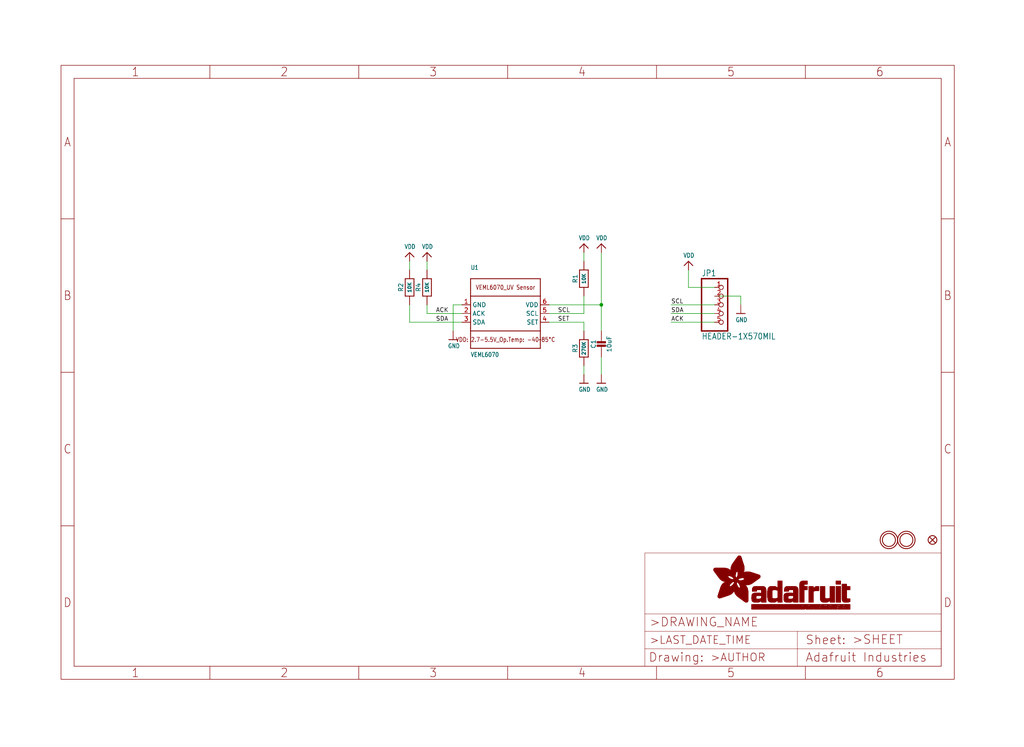
<source format=kicad_sch>
(kicad_sch (version 20211123) (generator eeschema)
  (paper "User" 298.45 217.881)
  (lib_symbols
    (symbol "eagleSchem-eagle-import:CAP_CERAMIC0805-NOOUTLINE"
      (property "Reference" "C" (at -2.29 1.25 90))
      (property "Value" "CAP_CERAMIC0805-NOOUTLINE" (at 2.3 1.25 90))
      (symbol "CAP_CERAMIC0805-NOOUTLINE_1_0"
        (pin passive line (at 0 5.08 270) (length 2.54) (name "1") (number "1"))
        (pin passive line (at 0 -2.54 90) (length 2.54) (name "2") (number "2"))
      )
    )
    (symbol "eagleSchem-eagle-import:FIDUCIAL{dblquote}{dblquote}")
    (symbol "eagleSchem-eagle-import:FRAME_A4_ADAFRUIT"
      (symbol "FRAME_A4_ADAFRUIT_1_0"
        (text "1" (at 21.6958 1.905 0) (effects (font (size 2.54 2.286))))
        (text "1" (at 21.6958 177.165 0) (effects (font (size 2.54 2.286))))
        (text "2" (at 65.0875 1.905 0) (effects (font (size 2.54 2.286))))
        (text "2" (at 65.0875 177.165 0) (effects (font (size 2.54 2.286))))
        (text "3" (at 108.4792 1.905 0) (effects (font (size 2.54 2.286))))
        (text "3" (at 108.4792 177.165 0) (effects (font (size 2.54 2.286))))
        (text "4" (at 151.8708 1.905 0) (effects (font (size 2.54 2.286))))
        (text "4" (at 151.8708 177.165 0) (effects (font (size 2.54 2.286))))
        (text "5" (at 195.2625 1.905 0) (effects (font (size 2.54 2.286))))
        (text "5" (at 195.2625 177.165 0) (effects (font (size 2.54 2.286))))
        (text "6" (at 238.6542 1.905 0) (effects (font (size 2.54 2.286))))
        (text "6" (at 238.6542 177.165 0) (effects (font (size 2.54 2.286))))
        (text ">AUTHOR" (at 189.23 5.08 0) (effects (font (size 2.286 2.286)) (justify left bottom)))
        (text ">DRAWING_NAME" (at 171.45 15.24 0) (effects (font (size 2.54 2.54)) (justify left bottom)))
        (text ">LAST_DATE_TIME" (at 171.45 10.16 0) (effects (font (size 2.286 2.286)) (justify left bottom)))
        (text ">SHEET" (at 230.505 10.16 0) (effects (font (size 2.54 2.54)) (justify left bottom)))
        (text "A" (at 1.905 156.6863 0) (effects (font (size 2.54 2.286))))
        (text "A" (at 258.445 156.6863 0) (effects (font (size 2.54 2.286))))
        (text "Adafruit Industries" (at 216.916 4.953 0) (effects (font (size 2.54 2.54)) (justify left bottom)))
        (text "B" (at 1.905 111.9188 0) (effects (font (size 2.54 2.286))))
        (text "B" (at 258.445 111.9188 0) (effects (font (size 2.54 2.286))))
        (text "C" (at 1.905 67.1513 0) (effects (font (size 2.54 2.286))))
        (text "C" (at 258.445 67.1513 0) (effects (font (size 2.54 2.286))))
        (text "D" (at 1.905 22.3838 0) (effects (font (size 2.54 2.286))))
        (text "D" (at 258.445 22.3838 0) (effects (font (size 2.54 2.286))))
        (text "Drawing:" (at 171.196 4.953 0) (effects (font (size 2.54 2.54)) (justify left bottom)))
        (text "Sheet:" (at 216.916 10.033 0) (effects (font (size 2.54 2.54)) (justify left bottom)))
      )
    )
    (symbol "eagleSchem-eagle-import:GND" (power)
      (property "Value" "GND" (at -1.524 -2.54 0))
      (symbol "GND_1_0"
        (pin power_in line (at 0 2.54 270) (length 2.54) (name "GND") (number "1"))
      )
    )
    (symbol "eagleSchem-eagle-import:HEADER-1X570MIL"
      (property "Reference" "JP" (at -6.35 8.255 0))
      (property "Value" "HEADER-1X570MIL" (at -6.35 -10.16 0))
      (symbol "HEADER-1X570MIL_1_0"
        (pin passive inverted (at -2.54 5.08 0) (length 2.54) (name "1") (number "1"))
        (pin passive inverted (at -2.54 2.54 0) (length 2.54) (name "2") (number "2"))
        (pin passive inverted (at -2.54 0 0) (length 2.54) (name "3") (number "3"))
        (pin passive inverted (at -2.54 -2.54 0) (length 2.54) (name "4") (number "4"))
        (pin passive inverted (at -2.54 -5.08 0) (length 2.54) (name "5") (number "5"))
      )
    )
    (symbol "eagleSchem-eagle-import:MOUNTINGHOLE2.5")
    (symbol "eagleSchem-eagle-import:RESISTOR0805_NOOUTLINE"
      (property "Reference" "R" (at 0 2.54 0))
      (property "Value" "RESISTOR0805_NOOUTLINE" (at 0 0 0))
      (symbol "RESISTOR0805_NOOUTLINE_1_0"
        (pin passive line (at -5.08 0 0) (length 2.54) (name "1") (number "1"))
        (pin passive line (at 5.08 0 180) (length 2.54) (name "2") (number "2"))
      )
    )
    (symbol "eagleSchem-eagle-import:UV_VEML6070"
      (property "Value" "UV_VEML6070" (at -10.16 -12.7 0))
      (symbol "UV_VEML6070_1_0"
        (text "VDD: 2.7-5.5V_Op.Temp: -40~85°C" (at 0 -7.62 0) (effects (font (size 1.27 1.0795))))
        (text "VEML6070_UV Sensor" (at 0 7.62 0) (effects (font (size 1.27 1.0795))))
        (pin power_in line (at -12.7 2.54 0) (length 2.54) (name "GND") (number "1"))
        (pin open_collector line (at -12.7 0 0) (length 2.54) (name "ACK") (number "2"))
        (pin open_collector line (at -12.7 -2.54 0) (length 2.54) (name "SDA") (number "3"))
        (pin passive line (at 12.7 -2.54 180) (length 2.54) (name "SET") (number "4"))
        (pin input line (at 12.7 0 180) (length 2.54) (name "SCL") (number "5"))
        (pin power_in line (at 12.7 2.54 180) (length 2.54) (name "VDD") (number "6"))
      )
    )
    (symbol "eagleSchem-eagle-import:VDD" (power)
      (property "Value" "VDD" (at -1.524 1.016 0))
      (symbol "VDD_1_0"
        (pin power_in line (at 0 -2.54 90) (length 2.54) (name "VDD") (number "1"))
      )
    )
  )
  (junction (at 175.26 88.9))
  (wire (pts (xy 134.62 88.9) (xy 132.08 88.9)))
  (wire (pts (xy 124.46 91.44) (xy 134.62 91.44)))
  (wire (pts (xy 119.38 78.74) (xy 119.38 76.2)))
  (wire (pts (xy 170.18 106.68) (xy 170.18 109.22)))
  (wire (pts (xy 208.28 83.82) (xy 200.66 83.82)))
  (wire (pts (xy 132.08 88.9) (xy 132.08 96.52)))
  (wire (pts (xy 175.26 88.9) (xy 175.26 73.66)))
  (wire (pts (xy 215.9 86.36) (xy 215.9 88.9)))
  (wire (pts (xy 175.26 104.14) (xy 175.26 109.22)))
  (wire (pts (xy 124.46 91.44) (xy 124.46 88.9)))
  (wire (pts (xy 208.28 86.36) (xy 215.9 86.36)))
  (wire (pts (xy 208.28 91.44) (xy 195.58 91.44)))
  (wire (pts (xy 119.38 93.98) (xy 119.38 88.9)))
  (wire (pts (xy 200.66 83.82) (xy 200.66 78.74)))
  (wire (pts (xy 124.46 78.74) (xy 124.46 76.2)))
  (wire (pts (xy 195.58 93.98) (xy 208.28 93.98)))
  (wire (pts (xy 160.02 91.44) (xy 170.18 91.44)))
  (wire (pts (xy 160.02 88.9) (xy 175.26 88.9)))
  (wire (pts (xy 175.26 88.9) (xy 175.26 96.52)))
  (wire (pts (xy 170.18 91.44) (xy 170.18 86.36)))
  (wire (pts (xy 208.28 88.9) (xy 195.58 88.9)))
  (wire (pts (xy 170.18 76.2) (xy 170.18 73.66)))
  (wire (pts (xy 134.62 93.98) (xy 119.38 93.98)))
  (wire (pts (xy 170.18 93.98) (xy 170.18 96.52)))
  (wire (pts (xy 160.02 93.98) (xy 170.18 93.98)))
  (label "SCL" (at 195.58 88.9 0) (effects (font (size 1.2446 1.2446))))
  (label "ACK" (at 195.58 93.98 0) (effects (font (size 1.2446 1.2446))))
  (label "SCL" (at 162.56 91.44 0) (effects (font (size 1.2446 1.2446))))
  (label "ACK" (at 127 91.44 0) (effects (font (size 1.2446 1.2446))))
  (label "SDA" (at 127 93.98 0) (effects (font (size 1.2446 1.2446))))
  (label "SET" (at 162.56 93.98 0) (effects (font (size 1.2446 1.2446))))
  (label "SDA" (at 195.58 91.44 0) (effects (font (size 1.2446 1.2446))))
  (symbol (lib_id "eagleSchem-eagle-import:VDD") (at 175.26 71.12 0) (unit 1)
    (property "Reference" "#U$3" (effects hide))
    (property "Value" "VDD" (at 173.736 70.104 0) (effects (font (size 1.27 1.0795)) (justify left bottom)))
    (property "Footprint" "eagleSchem:" (effects hide))
  )
  (symbol (lib_id "eagleSchem-eagle-import:GND") (at 175.26 111.76 0) (unit 1)
    (property "Reference" "#U$4" (effects hide))
    (property "Value" "GND" (at 173.736 114.3 0) (effects (font (size 1.27 1.0795)) (justify left bottom)))
    (property "Footprint" "eagleSchem:" (effects hide))
  )
  (symbol (lib_id "eagleSchem-eagle-import:FRAME_A4_ADAFRUIT") (at 17.78 198.12 0) (unit 1)
    (property "Reference" "#U$1" (effects hide))
    (property "Value" "FRAME_A4_ADAFRUIT" (effects hide))
    (property "Footprint" "eagleSchem:" (effects hide))
  )
  (symbol (lib_id "eagleSchem-eagle-import:MOUNTINGHOLE2.5") (at 259.08 157.48 0) (unit 1)
    (property "Reference" "U$11" (effects hide))
    (property "Value" "MOUNTINGHOLE2.5" (effects hide))
    (property "Footprint" "eagleSchem:MOUNTINGHOLE_2.5_PLATED" (effects hide))
  )
  (symbol (lib_id "eagleSchem-eagle-import:VDD") (at 170.18 71.12 0) (unit 1)
    (property "Reference" "#U$5" (effects hide))
    (property "Value" "VDD" (at 168.656 70.104 0) (effects (font (size 1.27 1.0795)) (justify left bottom)))
    (property "Footprint" "eagleSchem:" (effects hide))
  )
  (symbol (lib_id "eagleSchem-eagle-import:RESISTOR0805_NOOUTLINE") (at 170.18 81.28 90) (unit 1)
    (property "Reference" "R1" (at 167.64 81.28 0))
    (property "Value" "10K" (at 170.18 81.28 0) (effects (font (size 1.016 1.016) bold)))
    (property "Footprint" "eagleSchem:0805-NO" (effects hide))
  )
  (symbol (lib_id "eagleSchem-eagle-import:GND") (at 132.08 99.06 0) (unit 1)
    (property "Reference" "#U$9" (effects hide))
    (property "Value" "GND" (at 130.556 101.6 0) (effects (font (size 1.27 1.0795)) (justify left bottom)))
    (property "Footprint" "eagleSchem:" (effects hide))
  )
  (symbol (lib_id "eagleSchem-eagle-import:GND") (at 170.18 111.76 0) (unit 1)
    (property "Reference" "#U$8" (effects hide))
    (property "Value" "GND" (at 168.656 114.3 0) (effects (font (size 1.27 1.0795)) (justify left bottom)))
    (property "Footprint" "eagleSchem:" (effects hide))
  )
  (symbol (lib_id "eagleSchem-eagle-import:RESISTOR0805_NOOUTLINE") (at 124.46 83.82 90) (unit 1)
    (property "Reference" "R4" (at 121.92 83.82 0))
    (property "Value" "10K" (at 124.46 83.82 0) (effects (font (size 1.016 1.016) bold)))
    (property "Footprint" "eagleSchem:0805-NO" (effects hide))
  )
  (symbol (lib_id "eagleSchem-eagle-import:CAP_CERAMIC0805-NOOUTLINE") (at 175.26 101.6 0) (unit 1)
    (property "Reference" "C1" (at 172.97 100.35 90))
    (property "Value" "10uF" (at 177.56 100.35 90))
    (property "Footprint" "eagleSchem:0805-NO" (effects hide))
  )
  (symbol (lib_id "eagleSchem-eagle-import:HEADER-1X570MIL") (at 210.82 88.9 0) (unit 1)
    (property "Reference" "JP1" (at 204.47 80.645 0) (effects (font (size 1.778 1.5113)) (justify left bottom)))
    (property "Value" "HEADER-1X570MIL" (at 204.47 99.06 0) (effects (font (size 1.778 1.5113)) (justify left bottom)))
    (property "Footprint" "eagleSchem:1X05_ROUND_70" (effects hide))
  )
  (symbol (lib_id "eagleSchem-eagle-import:FIDUCIAL{dblquote}{dblquote}") (at 271.78 157.48 0) (unit 1)
    (property "Reference" "FID1" (effects hide))
    (property "Value" "FIDUCIAL{dblquote}{dblquote}" (effects hide))
    (property "Footprint" "eagleSchem:FIDUCIAL_1MM" (effects hide))
  )
  (symbol (lib_id "eagleSchem-eagle-import:MOUNTINGHOLE2.5") (at 264.16 157.48 0) (unit 1)
    (property "Reference" "U$10" (effects hide))
    (property "Value" "MOUNTINGHOLE2.5" (effects hide))
    (property "Footprint" "eagleSchem:MOUNTINGHOLE_2.5_PLATED" (effects hide))
  )
  (symbol (lib_id "eagleSchem-eagle-import:VDD") (at 200.66 76.2 0) (unit 1)
    (property "Reference" "#U$12" (effects hide))
    (property "Value" "VDD" (at 199.136 75.184 0) (effects (font (size 1.27 1.0795)) (justify left bottom)))
    (property "Footprint" "eagleSchem:" (effects hide))
  )
  (symbol (lib_id "eagleSchem-eagle-import:VDD") (at 124.46 73.66 0) (unit 1)
    (property "Reference" "#U$7" (effects hide))
    (property "Value" "VDD" (at 122.936 72.644 0) (effects (font (size 1.27 1.0795)) (justify left bottom)))
    (property "Footprint" "eagleSchem:" (effects hide))
  )
  (symbol (lib_id "eagleSchem-eagle-import:UV_VEML6070") (at 147.32 91.44 0) (unit 1)
    (property "Reference" "U1" (at 137.16 78.74 0) (effects (font (size 1.27 1.0795)) (justify left bottom)))
    (property "Value" "VEML6070" (at 137.16 104.14 0) (effects (font (size 1.27 1.0795)) (justify left bottom)))
    (property "Footprint" "eagleSchem:VEML6070" (effects hide))
  )
  (symbol (lib_id "eagleSchem-eagle-import:VDD") (at 119.38 73.66 0) (unit 1)
    (property "Reference" "#U$6" (effects hide))
    (property "Value" "VDD" (at 117.856 72.644 0) (effects (font (size 1.27 1.0795)) (justify left bottom)))
    (property "Footprint" "eagleSchem:" (effects hide))
  )
  (symbol (lib_id "eagleSchem-eagle-import:GND") (at 215.9 91.44 0) (unit 1)
    (property "Reference" "#U$13" (effects hide))
    (property "Value" "GND" (at 214.376 93.98 0) (effects (font (size 1.27 1.0795)) (justify left bottom)))
    (property "Footprint" "eagleSchem:" (effects hide))
  )
  (symbol (lib_id "eagleSchem-eagle-import:RESISTOR0805_NOOUTLINE") (at 170.18 101.6 90) (unit 1)
    (property "Reference" "R3" (at 167.64 101.6 0))
    (property "Value" "270K" (at 170.18 101.6 0) (effects (font (size 1.016 1.016) bold)))
    (property "Footprint" "eagleSchem:0805-NO" (effects hide))
  )
  (symbol (lib_id "eagleSchem-eagle-import:RESISTOR0805_NOOUTLINE") (at 119.38 83.82 90) (unit 1)
    (property "Reference" "R2" (at 116.84 83.82 0))
    (property "Value" "10K" (at 119.38 83.82 0) (effects (font (size 1.016 1.016) bold)))
    (property "Footprint" "eagleSchem:0805-NO" (effects hide))
  )
)
</source>
